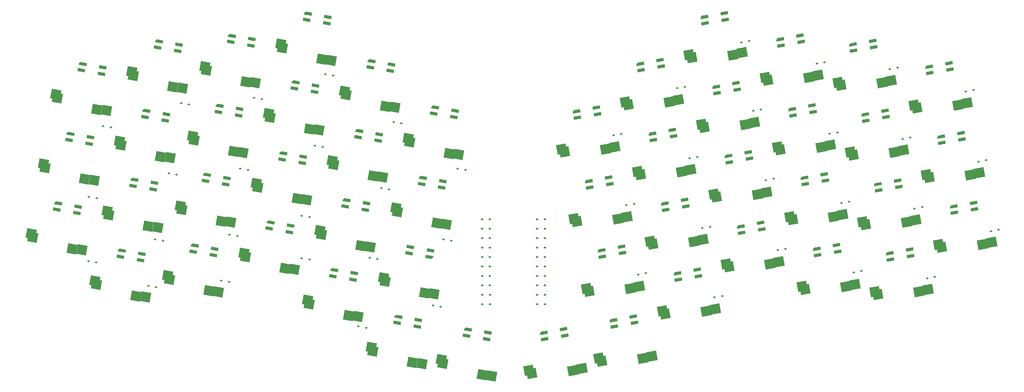
<source format=gbr>
%TF.GenerationSoftware,KiCad,Pcbnew,8.0.7*%
%TF.CreationDate,2025-02-04T22:32:57+01:00*%
%TF.ProjectId,011_rev2,3031315f-7265-4763-922e-6b696361645f,rev?*%
%TF.SameCoordinates,Original*%
%TF.FileFunction,Paste,Bot*%
%TF.FilePolarity,Positive*%
%FSLAX46Y46*%
G04 Gerber Fmt 4.6, Leading zero omitted, Abs format (unit mm)*
G04 Created by KiCad (PCBNEW 8.0.7) date 2025-02-04 22:32:57*
%MOMM*%
%LPD*%
G01*
G04 APERTURE LIST*
G04 Aperture macros list*
%AMRoundRect*
0 Rectangle with rounded corners*
0 $1 Rounding radius*
0 $2 $3 $4 $5 $6 $7 $8 $9 X,Y pos of 4 corners*
0 Add a 4 corners polygon primitive as box body*
4,1,4,$2,$3,$4,$5,$6,$7,$8,$9,$2,$3,0*
0 Add four circle primitives for the rounded corners*
1,1,$1+$1,$2,$3*
1,1,$1+$1,$4,$5*
1,1,$1+$1,$6,$7*
1,1,$1+$1,$8,$9*
0 Add four rect primitives between the rounded corners*
20,1,$1+$1,$2,$3,$4,$5,0*
20,1,$1+$1,$4,$5,$6,$7,0*
20,1,$1+$1,$6,$7,$8,$9,0*
20,1,$1+$1,$8,$9,$2,$3,0*%
%AMRotRect*
0 Rectangle, with rotation*
0 The origin of the aperture is its center*
0 $1 length*
0 $2 width*
0 $3 Rotation angle, in degrees counterclockwise*
0 Add horizontal line*
21,1,$1,$2,0,0,$3*%
G04 Aperture macros list end*
%ADD10C,0.100000*%
%ADD11RotRect,2.600000X2.600000X350.000000*%
%ADD12RotRect,2.600000X2.600000X10.000000*%
%ADD13RotRect,2.000000X0.850000X350.000000*%
%ADD14RotRect,2.000000X0.850000X170.000000*%
%ADD15RoundRect,0.112500X0.165116X0.143350X-0.204187X0.078232X-0.165116X-0.143350X0.204187X-0.078232X0*%
%ADD16RotRect,2.000000X0.850000X10.000000*%
%ADD17RotRect,2.000000X0.850000X190.000000*%
%ADD18RoundRect,0.112500X0.204187X0.078232X-0.165116X0.143350X-0.204187X-0.078232X0.165116X-0.143350X0*%
%ADD19RoundRect,0.112500X0.187500X0.112500X-0.187500X0.112500X-0.187500X-0.112500X0.187500X-0.112500X0*%
%ADD20RoundRect,0.112500X-0.187500X-0.112500X0.187500X-0.112500X0.187500X0.112500X-0.187500X0.112500X0*%
G04 APERTURE END LIST*
D10*
%TO.C,L34*%
X105560252Y-74175308D02*
X105430016Y-74913913D01*
X103460400Y-74566617D01*
X103521177Y-74221934D01*
X103984559Y-73897473D01*
X105560252Y-74175308D01*
G36*
X105560252Y-74175308D02*
G01*
X105430016Y-74913913D01*
X103460400Y-74566617D01*
X103521177Y-74221934D01*
X103984559Y-73897473D01*
X105560252Y-74175308D01*
G37*
%TO.C,L28*%
X102160252Y-92775308D02*
X102030016Y-93513913D01*
X100060400Y-93166617D01*
X100121177Y-92821934D01*
X100584559Y-92497473D01*
X102160252Y-92775308D01*
G36*
X102160252Y-92775308D02*
G01*
X102030016Y-93513913D01*
X100060400Y-93166617D01*
X100121177Y-92821934D01*
X100584559Y-92497473D01*
X102160252Y-92775308D01*
G37*
%TO.C,L14*%
X208021638Y-88104317D02*
X206052022Y-88451614D01*
X205991246Y-88106931D01*
X206315709Y-87643549D01*
X207891402Y-87365711D01*
X208021638Y-88104317D01*
G36*
X208021638Y-88104317D02*
G01*
X206052022Y-88451614D01*
X205991246Y-88106931D01*
X206315709Y-87643549D01*
X207891402Y-87365711D01*
X208021638Y-88104317D01*
G37*
%TO.C,L25*%
X155160252Y-121575308D02*
X155030016Y-122313913D01*
X153060400Y-121966617D01*
X153121177Y-121621934D01*
X153584559Y-121297473D01*
X155160252Y-121575308D01*
G36*
X155160252Y-121575308D02*
G01*
X155030016Y-122313913D01*
X153060400Y-121966617D01*
X153121177Y-121621934D01*
X153584559Y-121297473D01*
X155160252Y-121575308D01*
G37*
%TO.C,L37*%
X143060252Y-80775308D02*
X142930016Y-81513913D01*
X140960400Y-81166617D01*
X141021177Y-80821934D01*
X141484559Y-80497473D01*
X143060252Y-80775308D01*
G36*
X143060252Y-80775308D02*
G01*
X142930016Y-81513913D01*
X140960400Y-81166617D01*
X141021177Y-80821934D01*
X141484559Y-80497473D01*
X143060252Y-80775308D01*
G37*
%TO.C,L21*%
X228421638Y-94304317D02*
X226452022Y-94651614D01*
X226391246Y-94306931D01*
X226715709Y-93843549D01*
X228291402Y-93565711D01*
X228421638Y-94304317D01*
G36*
X228421638Y-94304317D02*
G01*
X226452022Y-94651614D01*
X226391246Y-94306931D01*
X226715709Y-93843549D01*
X228291402Y-93565711D01*
X228421638Y-94304317D01*
G37*
%TO.C,L38*%
X125960252Y-68175308D02*
X125830016Y-68913913D01*
X123860400Y-68566617D01*
X123921177Y-68221934D01*
X124384559Y-67897473D01*
X125960252Y-68175308D01*
G36*
X125960252Y-68175308D02*
G01*
X125830016Y-68913913D01*
X123860400Y-68566617D01*
X123921177Y-68221934D01*
X124384559Y-67897473D01*
X125960252Y-68175308D01*
G37*
%TO.C,L10*%
X221821638Y-56704317D02*
X219852022Y-57051614D01*
X219791246Y-56706931D01*
X220115709Y-56243549D01*
X221691402Y-55965711D01*
X221821638Y-56704317D01*
G36*
X221821638Y-56704317D02*
G01*
X219852022Y-57051614D01*
X219791246Y-56706931D01*
X220115709Y-56243549D01*
X221691402Y-55965711D01*
X221821638Y-56704317D01*
G37*
%TO.C,L26*%
X136460252Y-118175308D02*
X136330016Y-118913913D01*
X134360400Y-118566617D01*
X134421177Y-118221934D01*
X134884559Y-117897473D01*
X136460252Y-118175308D01*
G36*
X136460252Y-118175308D02*
G01*
X136330016Y-118913913D01*
X134360400Y-118566617D01*
X134421177Y-118221934D01*
X134884559Y-117897473D01*
X136460252Y-118175308D01*
G37*
%TO.C,L12*%
X187621638Y-82104317D02*
X185652022Y-82451614D01*
X185591246Y-82106931D01*
X185915709Y-81643549D01*
X187491402Y-81365711D01*
X187621638Y-82104317D01*
G36*
X187621638Y-82104317D02*
G01*
X185652022Y-82451614D01*
X185591246Y-82106931D01*
X185915709Y-81643549D01*
X187491402Y-81365711D01*
X187621638Y-82104317D01*
G37*
%TO.C,L43*%
X51660252Y-50175308D02*
X51530016Y-50913913D01*
X49560400Y-50566617D01*
X49621177Y-50221934D01*
X50084559Y-49897473D01*
X51660252Y-50175308D01*
G36*
X51660252Y-50175308D02*
G01*
X51530016Y-50913913D01*
X49560400Y-50566617D01*
X49621177Y-50221934D01*
X50084559Y-49897473D01*
X51660252Y-50175308D01*
G37*
%TO.C,L19*%
X268421638Y-101504317D02*
X266452022Y-101851614D01*
X266391246Y-101506931D01*
X266715709Y-101043549D01*
X268291402Y-100765711D01*
X268421638Y-101504317D01*
G36*
X268421638Y-101504317D02*
G01*
X266452022Y-101851614D01*
X266391246Y-101506931D01*
X266715709Y-101043549D01*
X268291402Y-100765711D01*
X268421638Y-101504317D01*
G37*
%TO.C,L48*%
X146328252Y-61830055D02*
X146198016Y-62568660D01*
X144228400Y-62221364D01*
X144289177Y-61876681D01*
X144752559Y-61552220D01*
X146328252Y-61830055D01*
G36*
X146328252Y-61830055D02*
G01*
X146198016Y-62568660D01*
X144228400Y-62221364D01*
X144289177Y-61876681D01*
X144752559Y-61552220D01*
X146328252Y-61830055D01*
G37*
%TO.C,L44*%
X72160252Y-44075308D02*
X72030016Y-44813913D01*
X70060400Y-44466617D01*
X70121177Y-44121934D01*
X70584559Y-43797473D01*
X72160252Y-44075308D01*
G36*
X72160252Y-44075308D02*
G01*
X72030016Y-44813913D01*
X70060400Y-44466617D01*
X70121177Y-44121934D01*
X70584559Y-43797473D01*
X72160252Y-44075308D01*
G37*
%TO.C,L2*%
X201421638Y-50504317D02*
X199452022Y-50851614D01*
X199391246Y-50506931D01*
X199715709Y-50043549D01*
X201291402Y-49765711D01*
X201421638Y-50504317D01*
G36*
X201421638Y-50504317D02*
G01*
X199452022Y-50851614D01*
X199391246Y-50506931D01*
X199715709Y-50043549D01*
X201291402Y-49765711D01*
X201421638Y-50504317D01*
G37*
%TO.C,L27*%
X119260252Y-105575308D02*
X119130016Y-106313913D01*
X117160400Y-105966617D01*
X117221177Y-105621934D01*
X117684559Y-105297473D01*
X119260252Y-105575308D01*
G36*
X119260252Y-105575308D02*
G01*
X119130016Y-106313913D01*
X117160400Y-105966617D01*
X117221177Y-105621934D01*
X117684559Y-105297473D01*
X119260252Y-105575308D01*
G37*
%TO.C,L32*%
X65560252Y-81275308D02*
X65430016Y-82013913D01*
X63460400Y-81666617D01*
X63521177Y-81321934D01*
X63984559Y-80997473D01*
X65560252Y-81275308D01*
G36*
X65560252Y-81275308D02*
G01*
X65430016Y-82013913D01*
X63460400Y-81666617D01*
X63521177Y-81321934D01*
X63984559Y-80997473D01*
X65560252Y-81275308D01*
G37*
%TO.C,L1*%
X184289638Y-63304317D02*
X182320022Y-63651614D01*
X182259246Y-63306931D01*
X182583709Y-62843549D01*
X184159402Y-62565711D01*
X184289638Y-63304317D01*
G36*
X184289638Y-63304317D02*
G01*
X182320022Y-63651614D01*
X182259246Y-63306931D01*
X182583709Y-62843549D01*
X184159402Y-62565711D01*
X184289638Y-63304317D01*
G37*
%TO.C,L40*%
X88460252Y-61375308D02*
X88330016Y-62113913D01*
X86360400Y-61766617D01*
X86421177Y-61421934D01*
X86884559Y-61097473D01*
X88460252Y-61375308D01*
G36*
X88460252Y-61375308D02*
G01*
X88330016Y-62113913D01*
X86360400Y-61766617D01*
X86421177Y-61421934D01*
X86884559Y-61097473D01*
X88460252Y-61375308D01*
G37*
%TO.C,L23*%
X194221638Y-119504317D02*
X192252022Y-119851614D01*
X192191246Y-119506931D01*
X192515709Y-119043549D01*
X194091402Y-118765711D01*
X194221638Y-119504317D01*
G36*
X194221638Y-119504317D02*
G01*
X192252022Y-119851614D01*
X192191246Y-119506931D01*
X192515709Y-119043549D01*
X194091402Y-118765711D01*
X194221638Y-119504317D01*
G37*
%TO.C,L24*%
X175521638Y-122904317D02*
X173552022Y-123251614D01*
X173491246Y-122906931D01*
X173815709Y-122443549D01*
X175391402Y-122165711D01*
X175521638Y-122904317D01*
G36*
X175521638Y-122904317D02*
G01*
X173552022Y-123251614D01*
X173491246Y-122906931D01*
X173815709Y-122443549D01*
X175391402Y-122165711D01*
X175521638Y-122904317D01*
G37*
%TO.C,L41*%
X68760252Y-62775308D02*
X68630016Y-63513913D01*
X66660400Y-63166617D01*
X66721177Y-62821934D01*
X67184559Y-62497473D01*
X68760252Y-62775308D01*
G36*
X68760252Y-62775308D02*
G01*
X68630016Y-63513913D01*
X66660400Y-63166617D01*
X66721177Y-62821934D01*
X67184559Y-62497473D01*
X68760252Y-62775308D01*
G37*
%TO.C,L9*%
X242221638Y-62704317D02*
X240252022Y-63051614D01*
X240191246Y-62706931D01*
X240515709Y-62243549D01*
X242091402Y-61965711D01*
X242221638Y-62704317D01*
G36*
X242221638Y-62704317D02*
G01*
X240252022Y-63051614D01*
X240191246Y-62706931D01*
X240515709Y-62243549D01*
X242091402Y-61965711D01*
X242221638Y-62704317D01*
G37*
%TO.C,L36*%
X144739600Y-102133383D02*
X144678823Y-102478066D01*
X144215441Y-102802527D01*
X142639748Y-102524692D01*
X142769984Y-101786087D01*
X144739600Y-102133383D01*
G36*
X144739600Y-102133383D02*
G01*
X144678823Y-102478066D01*
X144215441Y-102802527D01*
X142639748Y-102524692D01*
X142769984Y-101786087D01*
X144739600Y-102133383D01*
G37*
%TO.C,L22*%
X211421638Y-106904317D02*
X209452022Y-107251614D01*
X209391246Y-106906931D01*
X209715709Y-106443549D01*
X211291402Y-106165711D01*
X211421638Y-106904317D01*
G36*
X211421638Y-106904317D02*
G01*
X209452022Y-107251614D01*
X209391246Y-106906931D01*
X209715709Y-106443549D01*
X211291402Y-106165711D01*
X211421638Y-106904317D01*
G37*
%TO.C,L33*%
X85060252Y-79975308D02*
X84930016Y-80713913D01*
X82960400Y-80366617D01*
X83021177Y-80021934D01*
X83484559Y-79697473D01*
X85060252Y-79975308D01*
G36*
X85060252Y-79975308D02*
G01*
X84930016Y-80713913D01*
X82960400Y-80366617D01*
X83021177Y-80021934D01*
X83484559Y-79697473D01*
X85060252Y-79975308D01*
G37*
%TO.C,L30*%
X62160252Y-100375308D02*
X62030016Y-101113913D01*
X60060400Y-100766617D01*
X60121177Y-100421934D01*
X60584559Y-100097473D01*
X62160252Y-100375308D01*
G36*
X62160252Y-100375308D02*
G01*
X62030016Y-101113913D01*
X60060400Y-100766617D01*
X60121177Y-100421934D01*
X60584559Y-100097473D01*
X62160252Y-100375308D01*
G37*
%TO.C,L4*%
X239021638Y-43904317D02*
X237052022Y-44251614D01*
X236991246Y-43906931D01*
X237315709Y-43443549D01*
X238891402Y-43165711D01*
X239021638Y-43904317D01*
G36*
X239021638Y-43904317D02*
G01*
X237052022Y-44251614D01*
X236991246Y-43906931D01*
X237315709Y-43443549D01*
X238891402Y-43165711D01*
X239021638Y-43904317D01*
G37*
%TO.C,L13*%
X191021638Y-100704317D02*
X189052022Y-101051614D01*
X188991246Y-100706931D01*
X189315709Y-100243549D01*
X190891402Y-99965711D01*
X191021638Y-100704317D01*
G36*
X191021638Y-100704317D02*
G01*
X189052022Y-101051614D01*
X188991246Y-100706931D01*
X189315709Y-100243549D01*
X190891402Y-99965711D01*
X191021638Y-100704317D01*
G37*
%TO.C,L47*%
X129260252Y-49375308D02*
X129130016Y-50113913D01*
X127160400Y-49766617D01*
X127221177Y-49421934D01*
X127684559Y-49097473D01*
X129260252Y-49375308D01*
G36*
X129260252Y-49375308D02*
G01*
X129130016Y-50113913D01*
X127160400Y-49766617D01*
X127221177Y-49421934D01*
X127684559Y-49097473D01*
X129260252Y-49375308D01*
G37*
%TO.C,L29*%
X81760252Y-98975308D02*
X81630016Y-99713913D01*
X79660400Y-99366617D01*
X79721177Y-99021934D01*
X80184559Y-98697473D01*
X81760252Y-98975308D01*
G36*
X81760252Y-98975308D02*
G01*
X81630016Y-99713913D01*
X79660400Y-99366617D01*
X79721177Y-99021934D01*
X80184559Y-98697473D01*
X81760252Y-98975308D01*
G37*
%TO.C,L31*%
X45060252Y-87630055D02*
X44930016Y-88368660D01*
X42960400Y-88021364D01*
X43021177Y-87676681D01*
X43484559Y-87352220D01*
X45060252Y-87630055D01*
G36*
X45060252Y-87630055D02*
G01*
X44930016Y-88368660D01*
X42960400Y-88021364D01*
X43021177Y-87676681D01*
X43484559Y-87352220D01*
X45060252Y-87630055D01*
G37*
%TO.C,L45*%
X91760252Y-42575308D02*
X91630016Y-43313913D01*
X89660400Y-42966617D01*
X89721177Y-42621934D01*
X90184559Y-42297473D01*
X91760252Y-42575308D01*
G36*
X91760252Y-42575308D02*
G01*
X91630016Y-43313913D01*
X89660400Y-42966617D01*
X89721177Y-42621934D01*
X90184559Y-42297473D01*
X91760252Y-42575308D01*
G37*
%TO.C,L17*%
X265221638Y-82904317D02*
X263252022Y-83251614D01*
X263191246Y-82906931D01*
X263515709Y-82443549D01*
X265091402Y-82165711D01*
X265221638Y-82904317D01*
G36*
X265221638Y-82904317D02*
G01*
X263252022Y-83251614D01*
X263191246Y-82906931D01*
X263515709Y-82443549D01*
X265091402Y-82165711D01*
X265221638Y-82904317D01*
G37*
%TO.C,L20*%
X248821638Y-100304317D02*
X246852022Y-100651614D01*
X246791246Y-100306931D01*
X247115709Y-99843549D01*
X248691402Y-99565711D01*
X248821638Y-100304317D01*
G36*
X248821638Y-100304317D02*
G01*
X246852022Y-100651614D01*
X246791246Y-100306931D01*
X247115709Y-99843549D01*
X248691402Y-99565711D01*
X248821638Y-100304317D01*
G37*
%TO.C,L5*%
X258521638Y-45304317D02*
X256552022Y-45651614D01*
X256491246Y-45306931D01*
X256815709Y-44843549D01*
X258391402Y-44565711D01*
X258521638Y-45304317D01*
G36*
X258521638Y-45304317D02*
G01*
X256552022Y-45651614D01*
X256491246Y-45306931D01*
X256815709Y-44843549D01*
X258391402Y-44565711D01*
X258521638Y-45304317D01*
G37*
%TO.C,L8*%
X261821638Y-64123117D02*
X259852022Y-64470414D01*
X259791246Y-64125731D01*
X260115709Y-63662349D01*
X261691402Y-63384511D01*
X261821638Y-64123117D01*
G36*
X261821638Y-64123117D02*
G01*
X259852022Y-64470414D01*
X259791246Y-64125731D01*
X260115709Y-63662349D01*
X261691402Y-63384511D01*
X261821638Y-64123117D01*
G37*
%TO.C,L46*%
X112160252Y-36575308D02*
X112030016Y-37313913D01*
X110060400Y-36966617D01*
X110121177Y-36621934D01*
X110584559Y-36297473D01*
X112160252Y-36575308D01*
G36*
X112160252Y-36575308D02*
G01*
X112030016Y-37313913D01*
X110060400Y-36966617D01*
X110121177Y-36621934D01*
X110584559Y-36297473D01*
X112160252Y-36575308D01*
G37*
%TO.C,L6*%
X278989638Y-51304317D02*
X277020022Y-51651614D01*
X276959246Y-51306931D01*
X277283709Y-50843549D01*
X278859402Y-50565711D01*
X278989638Y-51304317D01*
G36*
X278989638Y-51304317D02*
G01*
X277020022Y-51651614D01*
X276959246Y-51306931D01*
X277283709Y-50843549D01*
X278859402Y-50565711D01*
X278989638Y-51304317D01*
G37*
%TO.C,L42*%
X48360252Y-68975308D02*
X48230016Y-69713913D01*
X46260400Y-69366617D01*
X46321177Y-69021934D01*
X46784559Y-68697473D01*
X48360252Y-68975308D01*
G36*
X48360252Y-68975308D02*
G01*
X48230016Y-69713913D01*
X46260400Y-69366617D01*
X46321177Y-69021934D01*
X46784559Y-68697473D01*
X48360252Y-68975308D01*
G37*
%TO.C,L39*%
X108860252Y-55075308D02*
X108730016Y-55813913D01*
X106760400Y-55466617D01*
X106821177Y-55121934D01*
X107284559Y-54797473D01*
X108860252Y-55075308D01*
G36*
X108860252Y-55075308D02*
G01*
X108730016Y-55813913D01*
X106760400Y-55466617D01*
X106821177Y-55121934D01*
X107284559Y-54797473D01*
X108860252Y-55075308D01*
G37*
%TO.C,L18*%
X285621638Y-88904317D02*
X283652022Y-89251614D01*
X283591246Y-88906931D01*
X283915709Y-88443549D01*
X285491402Y-88165711D01*
X285621638Y-88904317D01*
G36*
X285621638Y-88904317D02*
G01*
X283652022Y-89251614D01*
X283591246Y-88906931D01*
X283915709Y-88443549D01*
X285491402Y-88165711D01*
X285621638Y-88904317D01*
G37*
%TO.C,L15*%
X225121638Y-75304317D02*
X223152022Y-75651614D01*
X223091246Y-75306931D01*
X223415709Y-74843549D01*
X224991402Y-74565711D01*
X225121638Y-75304317D01*
G36*
X225121638Y-75304317D02*
G01*
X223152022Y-75651614D01*
X223091246Y-75306931D01*
X223415709Y-74843549D01*
X224991402Y-74565711D01*
X225121638Y-75304317D01*
G37*
%TO.C,L35*%
X122560252Y-86775308D02*
X122430016Y-87513913D01*
X120460400Y-87166617D01*
X120521177Y-86821934D01*
X120984559Y-86497473D01*
X122560252Y-86775308D01*
G36*
X122560252Y-86775308D02*
G01*
X122430016Y-87513913D01*
X120460400Y-87166617D01*
X120521177Y-86821934D01*
X120984559Y-86497473D01*
X122560252Y-86775308D01*
G37*
%TO.C,L7*%
X282221638Y-70104317D02*
X280252022Y-70451614D01*
X280191246Y-70106931D01*
X280515709Y-69643549D01*
X282091402Y-69365711D01*
X282221638Y-70104317D01*
G36*
X282221638Y-70104317D02*
G01*
X280252022Y-70451614D01*
X280191246Y-70106931D01*
X280515709Y-69643549D01*
X282091402Y-69365711D01*
X282221638Y-70104317D01*
G37*
%TO.C,L3*%
X218621638Y-37904317D02*
X216652022Y-38251614D01*
X216591246Y-37906931D01*
X216915709Y-37443549D01*
X218491402Y-37165711D01*
X218621638Y-37904317D01*
G36*
X218621638Y-37904317D02*
G01*
X216652022Y-38251614D01*
X216591246Y-37906931D01*
X216915709Y-37443549D01*
X218491402Y-37165711D01*
X218621638Y-37904317D01*
G37*
%TO.C,L11*%
X204689638Y-69304317D02*
X202720022Y-69651614D01*
X202659246Y-69306931D01*
X202983709Y-68843549D01*
X204559402Y-68565711D01*
X204689638Y-69304317D01*
G36*
X204689638Y-69304317D02*
G01*
X202720022Y-69651614D01*
X202659246Y-69306931D01*
X202983709Y-68843549D01*
X204559402Y-68565711D01*
X204689638Y-69304317D01*
G37*
%TO.C,L16*%
X245521638Y-81204317D02*
X243552022Y-81551614D01*
X243491246Y-81206931D01*
X243815709Y-80743549D01*
X245391402Y-80465711D01*
X245521638Y-81204317D01*
G36*
X245521638Y-81204317D02*
G01*
X243552022Y-81551614D01*
X243491246Y-81206931D01*
X243815709Y-80743549D01*
X245391402Y-80465711D01*
X245521638Y-81204317D01*
G37*
%TD*%
D11*
%TO.C,RC6-2*%
X131434036Y-107920884D03*
X131868637Y-108911400D03*
X142443904Y-111994617D03*
X145030453Y-112298381D03*
%TD*%
D12*
%TO.C,RC0-4*%
X179323763Y-73279020D03*
X180070931Y-74061158D03*
X191062954Y-73341480D03*
X193597407Y-72742276D03*
%TD*%
%TO.C,RC6-5*%
X277261699Y-80189765D03*
X278008867Y-80971903D03*
X289000890Y-80252225D03*
X291535343Y-79653021D03*
%TD*%
D11*
%TO.C,RC1-0*%
X43420094Y-58549866D03*
X43854695Y-59540382D03*
X54429962Y-62623599D03*
X57016511Y-62927363D03*
%TD*%
D12*
%TO.C,RC1-6*%
X203046347Y-98111903D03*
X203793515Y-98894041D03*
X214785538Y-98174363D03*
X217319991Y-97575159D03*
%TD*%
D11*
%TO.C,RC1-3*%
X73498274Y-107377184D03*
X73932875Y-108367700D03*
X84508142Y-111450917D03*
X87094691Y-111754681D03*
%TD*%
%TO.C,RC6-1*%
X134742034Y-89160296D03*
X135176635Y-90150812D03*
X145751902Y-93234029D03*
X148338451Y-93537793D03*
%TD*%
D12*
%TO.C,RC6-4*%
X273953701Y-61429178D03*
X274700869Y-62211316D03*
X285692892Y-61491638D03*
X288227345Y-60892434D03*
%TD*%
%TO.C,RC2-4*%
X213536941Y-47902436D03*
X214284109Y-48684574D03*
X225276132Y-47964896D03*
X227810585Y-47365692D03*
%TD*%
%TO.C,RC4-7*%
X243875521Y-110256496D03*
X244622689Y-111038634D03*
X255614712Y-110318956D03*
X258149165Y-109719752D03*
%TD*%
D11*
%TO.C,RC5-1*%
X117635445Y-76472004D03*
X118070046Y-77462520D03*
X128645313Y-80545737D03*
X131231862Y-80849501D03*
%TD*%
D12*
%TO.C,RC2-6*%
X220152936Y-85423612D03*
X220900104Y-86205750D03*
X231892127Y-85486072D03*
X234426580Y-84886868D03*
%TD*%
D11*
%TO.C,RC0-3*%
X53910687Y-108759333D03*
X54345288Y-109749849D03*
X64920555Y-112833066D03*
X67507104Y-113136830D03*
%TD*%
D12*
%TO.C,RC1-5*%
X199738350Y-79351316D03*
X200485518Y-80133454D03*
X211477541Y-79413776D03*
X214011994Y-78814572D03*
%TD*%
D11*
%TO.C,RC5-2*%
X114327447Y-95232592D03*
X114762048Y-96223108D03*
X125337315Y-99306325D03*
X127923864Y-99610089D03*
%TD*%
D12*
%TO.C,RC0-6*%
X185939759Y-110800195D03*
X186686927Y-111582333D03*
X197678950Y-110862655D03*
X200213403Y-110263451D03*
%TD*%
D11*
%TO.C,RC2-3*%
X93912861Y-101304888D03*
X94347462Y-102295404D03*
X104922729Y-105378621D03*
X107509278Y-105682385D03*
%TD*%
%TO.C,RC0-1*%
X40112096Y-77310454D03*
X40546697Y-78300970D03*
X51121964Y-81384187D03*
X53708513Y-81687951D03*
%TD*%
D12*
%TO.C,RC3-5*%
X237259525Y-72735320D03*
X238006693Y-73517458D03*
X248998716Y-72797780D03*
X251533169Y-72198576D03*
%TD*%
D11*
%TO.C,RC3-2*%
X76806272Y-88616596D03*
X77240873Y-89607112D03*
X87816140Y-92690329D03*
X90402689Y-92994093D03*
%TD*%
D12*
%TO.C,RC1-7*%
X189280347Y-129562197D03*
X190027515Y-130344335D03*
X201019538Y-129624657D03*
X203553991Y-129025453D03*
%TD*%
D11*
%TO.C,RC6-3*%
X146908618Y-129951196D03*
X147343219Y-130941712D03*
X157918486Y-134024929D03*
X160505035Y-134328693D03*
%TD*%
%TO.C,RC4-1*%
X100528856Y-63783713D03*
X100963457Y-64774229D03*
X111538724Y-67857446D03*
X114125273Y-68161210D03*
%TD*%
D12*
%TO.C,RC1-4*%
X196430352Y-60590728D03*
X197177520Y-61372866D03*
X208169543Y-60653188D03*
X210703996Y-60053984D03*
%TD*%
%TO.C,RC4-6*%
X263463108Y-111638645D03*
X264210276Y-112420783D03*
X275202299Y-111701105D03*
X277736752Y-111101901D03*
%TD*%
D11*
%TO.C,RC3-1*%
X80114270Y-69856009D03*
X80548871Y-70846525D03*
X91124138Y-73929742D03*
X93710687Y-74233506D03*
%TD*%
%TO.C,RC5-3*%
X128148030Y-126643198D03*
X128582631Y-127633714D03*
X139157898Y-130716931D03*
X141744447Y-131020695D03*
%TD*%
%TO.C,RC4-3*%
X111019450Y-113993180D03*
X111454051Y-114983696D03*
X122029318Y-118066913D03*
X124615867Y-118370677D03*
%TD*%
%TO.C,RC1-2*%
X57218685Y-89998745D03*
X57653286Y-90989261D03*
X68228553Y-94072478D03*
X70815102Y-94376242D03*
%TD*%
D12*
%TO.C,RC2-7*%
X206354345Y-116872491D03*
X207101513Y-117654629D03*
X218093536Y-116934951D03*
X220627989Y-116335747D03*
%TD*%
D11*
%TO.C,RC2-1*%
X60526683Y-71238158D03*
X60961284Y-72228674D03*
X71536551Y-75311891D03*
X74123100Y-75615655D03*
%TD*%
D12*
%TO.C,RC5-4*%
X253539114Y-55356882D03*
X254286282Y-56139020D03*
X265278305Y-55419342D03*
X267812758Y-54820138D03*
%TD*%
%TO.C,RC5-7*%
X260155110Y-92878057D03*
X260902278Y-93660195D03*
X271894301Y-92940517D03*
X274428754Y-92341313D03*
%TD*%
%TO.C,RC4-5*%
X280569697Y-98950353D03*
X281316865Y-99732491D03*
X292308888Y-99012813D03*
X294843341Y-98413609D03*
%TD*%
D11*
%TO.C,RC5-0*%
X120943443Y-57711416D03*
X121378044Y-58701932D03*
X131953311Y-61785149D03*
X134539860Y-62088913D03*
%TD*%
%TO.C,RC6-0*%
X138050032Y-70399708D03*
X138484633Y-71390224D03*
X149059900Y-74473441D03*
X151646449Y-74777205D03*
%TD*%
%TO.C,RC2-0*%
X63834680Y-52477570D03*
X64269281Y-53468086D03*
X74844548Y-56551303D03*
X77431097Y-56855067D03*
%TD*%
%TO.C,RC0-2*%
X36804098Y-96071042D03*
X37238699Y-97061558D03*
X47813966Y-100144775D03*
X50400515Y-100448539D03*
%TD*%
D12*
%TO.C,RC3-7*%
X223460934Y-104184200D03*
X224208102Y-104966338D03*
X235200125Y-104246660D03*
X237734578Y-103647456D03*
%TD*%
%TO.C,RC2-5*%
X216844938Y-66663024D03*
X217592106Y-67445162D03*
X228584129Y-66725484D03*
X231118582Y-66126280D03*
%TD*%
D11*
%TO.C,RC4-2*%
X97220859Y-82544300D03*
X97655460Y-83534816D03*
X108230727Y-86618033D03*
X110817276Y-86921797D03*
%TD*%
%TO.C,RC4-0*%
X103836854Y-45023125D03*
X104271455Y-46013641D03*
X114846722Y-49096858D03*
X117433271Y-49400622D03*
%TD*%
D12*
%TO.C,RC3-4*%
X233951527Y-53974732D03*
X234698695Y-54756870D03*
X245690718Y-54037192D03*
X248225171Y-53437988D03*
%TD*%
%TO.C,RC0-7*%
X170519759Y-132870195D03*
X171266927Y-133652333D03*
X182258950Y-132932655D03*
X184793403Y-132333451D03*
%TD*%
%TO.C,RC3-6*%
X240567523Y-91495908D03*
X241314691Y-92278046D03*
X252306714Y-91558368D03*
X254841167Y-90959164D03*
%TD*%
D11*
%TO.C,RC3-0*%
X83422268Y-51095421D03*
X83856869Y-52085937D03*
X94432136Y-55169154D03*
X97018685Y-55472918D03*
%TD*%
D12*
%TO.C,RC0-5*%
X182631761Y-92039607D03*
X183378929Y-92821745D03*
X194370952Y-92102067D03*
X196905405Y-91502863D03*
%TD*%
%TO.C,RC5-6*%
X256847112Y-74117469D03*
X257594280Y-74899607D03*
X268586303Y-74179929D03*
X271120756Y-73580725D03*
%TD*%
D13*
%TO.C,L34*%
X109877528Y-75317345D03*
D14*
X104157201Y-76085695D03*
X109573644Y-77040758D03*
%TD*%
D15*
%TO.C,D45*%
X296634048Y-95017669D03*
X294565952Y-95382331D03*
%TD*%
D13*
%TO.C,L28*%
X106477528Y-93917345D03*
D14*
X100757201Y-94685695D03*
X106173644Y-95640758D03*
%TD*%
D16*
%TO.C,L14*%
X212338914Y-86962280D03*
D17*
X207226356Y-89640758D03*
X212642799Y-88685695D03*
%TD*%
D13*
%TO.C,L25*%
X159477528Y-122717345D03*
D14*
X153757201Y-123485695D03*
X159173644Y-124440758D03*
%TD*%
D13*
%TO.C,L37*%
X147377528Y-81917345D03*
D14*
X141657201Y-82685695D03*
X147073644Y-83640758D03*
%TD*%
D16*
%TO.C,L21*%
X232738914Y-93162280D03*
D17*
X227626356Y-95840758D03*
X233042799Y-94885695D03*
%TD*%
D18*
%TO.C,D50*%
X136234048Y-66404662D03*
X134165952Y-66040000D03*
%TD*%
D19*
%TO.C,DI3*%
X160020000Y-99822000D03*
X157920000Y-99822000D03*
%TD*%
D20*
%TO.C,D17*%
X172710000Y-115062000D03*
X174810000Y-115062000D03*
%TD*%
D15*
%TO.C,D54*%
X269534048Y-51417669D03*
X267465952Y-51782331D03*
%TD*%
%TO.C,D27*%
X222434048Y-112817669D03*
X220365952Y-113182331D03*
%TD*%
D13*
%TO.C,L38*%
X130277528Y-69317345D03*
D14*
X124557201Y-70085695D03*
X129973644Y-71040758D03*
%TD*%
D18*
%TO.C,D60*%
X153434048Y-78922331D03*
X151365952Y-78557669D03*
%TD*%
%TO.C,D51*%
X132934048Y-84182331D03*
X130865952Y-83817669D03*
%TD*%
D15*
%TO.C,D46*%
X279534048Y-107717669D03*
X277465952Y-108082331D03*
%TD*%
D18*
%TO.C,D31*%
X95014048Y-78922331D03*
X92945952Y-78557669D03*
%TD*%
D15*
%TO.C,D47*%
X259834048Y-106117669D03*
X257765952Y-106482331D03*
%TD*%
%TO.C,D16*%
X219134048Y-94217669D03*
X217065952Y-94582331D03*
%TD*%
D20*
%TO.C,DS7*%
X172710000Y-109982000D03*
X174810000Y-109982000D03*
%TD*%
D16*
%TO.C,L10*%
X226138914Y-55562280D03*
D17*
X221026356Y-58240758D03*
X226442799Y-57285695D03*
%TD*%
D13*
%TO.C,L26*%
X140777528Y-119317345D03*
D14*
X135057201Y-120085695D03*
X140473644Y-121040758D03*
%TD*%
D15*
%TO.C,D35*%
X253334048Y-68817669D03*
X251265952Y-69182331D03*
%TD*%
D16*
%TO.C,L12*%
X191938914Y-80962280D03*
D17*
X186826356Y-83640758D03*
X192242799Y-82685695D03*
%TD*%
D20*
%TO.C,DS6*%
X172710000Y-107442000D03*
X174810000Y-107442000D03*
%TD*%
%TO.C,DS0*%
X172710000Y-92202000D03*
X174810000Y-92202000D03*
%TD*%
D13*
%TO.C,L43*%
X55977528Y-51317345D03*
D14*
X50257201Y-52085695D03*
X55673644Y-53040758D03*
%TD*%
D19*
%TO.C,D63*%
X160078000Y-115062000D03*
X157978000Y-115062000D03*
%TD*%
D20*
%TO.C,DS3*%
X172710000Y-99822000D03*
X174810000Y-99822000D03*
%TD*%
D16*
%TO.C,L19*%
X272738914Y-100362280D03*
D17*
X267626356Y-103040758D03*
X273042799Y-102085695D03*
%TD*%
D20*
%TO.C,D7*%
X172710000Y-112522000D03*
X174810000Y-112522000D03*
%TD*%
D19*
%TO.C,D53*%
X160078000Y-112522000D03*
X157978000Y-112522000D03*
%TD*%
D13*
%TO.C,L48*%
X150645528Y-62972092D03*
D14*
X144925201Y-63740442D03*
X150341644Y-64695505D03*
%TD*%
D15*
%TO.C,D24*%
X229634048Y-44217669D03*
X227565952Y-44582331D03*
%TD*%
D13*
%TO.C,L44*%
X76477528Y-45217345D03*
D14*
X70757201Y-45985695D03*
X76173644Y-46940758D03*
%TD*%
D18*
%TO.C,D21*%
X75834048Y-80192331D03*
X73765952Y-79827669D03*
%TD*%
D16*
%TO.C,L2*%
X205738914Y-49362280D03*
D17*
X200626356Y-52040758D03*
X206042799Y-51085695D03*
%TD*%
D13*
%TO.C,L27*%
X123577528Y-106717345D03*
D14*
X117857201Y-107485695D03*
X123273644Y-108440758D03*
%TD*%
D13*
%TO.C,L32*%
X69877528Y-82417345D03*
D14*
X64157201Y-83185695D03*
X69573644Y-84140758D03*
%TD*%
D18*
%TO.C,D52*%
X129758980Y-102870000D03*
X127690884Y-102505338D03*
%TD*%
D16*
%TO.C,L1*%
X188606914Y-62162280D03*
D17*
X183494356Y-64840758D03*
X188910799Y-63885695D03*
%TD*%
D13*
%TO.C,L40*%
X92777528Y-62517345D03*
D14*
X87057201Y-63285695D03*
X92473644Y-64240758D03*
%TD*%
D16*
%TO.C,L23*%
X198538914Y-118362280D03*
D17*
X193426356Y-121040758D03*
X198842799Y-120085695D03*
%TD*%
D15*
%TO.C,D36*%
X256534048Y-87417669D03*
X254465952Y-87782331D03*
%TD*%
D16*
%TO.C,L24*%
X179838914Y-121762280D03*
D17*
X174726356Y-124440758D03*
X180142799Y-123485695D03*
%TD*%
D15*
%TO.C,D26*%
X236234048Y-81317669D03*
X234165952Y-81682331D03*
%TD*%
D13*
%TO.C,L41*%
X73077528Y-63917345D03*
D14*
X67357201Y-64685695D03*
X72773644Y-65640758D03*
%TD*%
D19*
%TO.C,DI4*%
X160020000Y-102362000D03*
X157920000Y-102362000D03*
%TD*%
D15*
%TO.C,D65*%
X293334048Y-76317669D03*
X291265952Y-76682331D03*
%TD*%
D16*
%TO.C,L9*%
X246538914Y-61562280D03*
D17*
X241426356Y-64240758D03*
X246842799Y-63285695D03*
%TD*%
D18*
%TO.C,D12*%
X72154048Y-97972331D03*
X70085952Y-97607669D03*
%TD*%
D15*
%TO.C,D15*%
X215734048Y-75417669D03*
X213665952Y-75782331D03*
%TD*%
D14*
%TO.C,L36*%
X138322472Y-101382655D03*
D13*
X144042799Y-100614305D03*
X138626356Y-99659242D03*
%TD*%
D16*
%TO.C,L22*%
X215738914Y-105762280D03*
D17*
X210626356Y-108440758D03*
X216042799Y-107485695D03*
%TD*%
D15*
%TO.C,D5*%
X198734048Y-88017669D03*
X196665952Y-88382331D03*
%TD*%
%TO.C,D25*%
X232834048Y-62617669D03*
X230765952Y-62982331D03*
%TD*%
%TO.C,D56*%
X272934048Y-70217669D03*
X270865952Y-70582331D03*
%TD*%
D18*
%TO.C,D41*%
X115098096Y-72754662D03*
X113030000Y-72390000D03*
%TD*%
D13*
%TO.C,L33*%
X89377528Y-81117345D03*
D14*
X83657201Y-81885695D03*
X89073644Y-82840758D03*
%TD*%
D15*
%TO.C,D37*%
X239434048Y-100117669D03*
X237365952Y-100482331D03*
%TD*%
D20*
%TO.C,DS5*%
X172710000Y-104902000D03*
X174810000Y-104902000D03*
%TD*%
D13*
%TO.C,L30*%
X66477528Y-101517345D03*
D14*
X60757201Y-102285695D03*
X66173644Y-103240758D03*
%TD*%
D16*
%TO.C,L4*%
X243338914Y-42762280D03*
D17*
X238226356Y-45440758D03*
X243642799Y-44485695D03*
%TD*%
D16*
%TO.C,L13*%
X195338914Y-99562280D03*
D17*
X190226356Y-102240758D03*
X195642799Y-101285695D03*
%TD*%
D18*
%TO.C,D2*%
X54234048Y-103782331D03*
X52165952Y-103417669D03*
%TD*%
D13*
%TO.C,L47*%
X133577528Y-50517345D03*
D14*
X127857201Y-51285695D03*
X133273644Y-52240758D03*
%TD*%
D15*
%TO.C,D14*%
X212434048Y-56517669D03*
X210365952Y-56882331D03*
%TD*%
D13*
%TO.C,L29*%
X86077528Y-100117345D03*
D14*
X80357201Y-100885695D03*
X85773644Y-101840758D03*
%TD*%
D13*
%TO.C,L31*%
X49377528Y-88772092D03*
D14*
X43657201Y-89540442D03*
X49073644Y-90495505D03*
%TD*%
D15*
%TO.C,D64*%
X289934048Y-57417669D03*
X287865952Y-57782331D03*
%TD*%
D18*
%TO.C,D23*%
X111524048Y-103052331D03*
X109455952Y-102687669D03*
%TD*%
%TO.C,D42*%
X111524048Y-91622331D03*
X109455952Y-91257669D03*
%TD*%
%TO.C,D3*%
X70334048Y-110490000D03*
X68265952Y-110125338D03*
%TD*%
D13*
%TO.C,L45*%
X96077528Y-43717345D03*
D14*
X90357201Y-44485695D03*
X95773644Y-45440758D03*
%TD*%
D16*
%TO.C,L17*%
X269538914Y-81762280D03*
D17*
X264426356Y-84440758D03*
X269842799Y-83485695D03*
%TD*%
D19*
%TO.C,DI1*%
X160020000Y-94742000D03*
X157920000Y-94742000D03*
%TD*%
%TO.C,DI6*%
X160020000Y-107442000D03*
X157920000Y-107442000D03*
%TD*%
D16*
%TO.C,L20*%
X253138914Y-99162280D03*
D17*
X248026356Y-101840758D03*
X253442799Y-100885695D03*
%TD*%
D19*
%TO.C,DI7*%
X160020000Y-109982000D03*
X157920000Y-109982000D03*
%TD*%
D16*
%TO.C,L5*%
X262838914Y-44162280D03*
D17*
X257726356Y-46840758D03*
X263142799Y-45885695D03*
%TD*%
D18*
%TO.C,D32*%
X92134048Y-96702331D03*
X90065952Y-96337669D03*
%TD*%
D16*
%TO.C,L8*%
X266138914Y-62981080D03*
D17*
X261026356Y-65659558D03*
X266442799Y-64704495D03*
%TD*%
D20*
%TO.C,DS1*%
X172710000Y-94742000D03*
X174810000Y-94742000D03*
%TD*%
D18*
%TO.C,D61*%
X149624048Y-97972331D03*
X147555952Y-97607669D03*
%TD*%
D13*
%TO.C,L46*%
X116477528Y-37717345D03*
D14*
X110757201Y-38485695D03*
X116173644Y-39440758D03*
%TD*%
D16*
%TO.C,L6*%
X283306914Y-50162280D03*
D17*
X278194356Y-52840758D03*
X283610799Y-51885695D03*
%TD*%
D13*
%TO.C,L42*%
X52677528Y-70117345D03*
D14*
X46957201Y-70885695D03*
X52373644Y-71840758D03*
%TD*%
D13*
%TO.C,L39*%
X113177528Y-56217345D03*
D14*
X107457201Y-56985695D03*
X112873644Y-57940758D03*
%TD*%
D18*
%TO.C,D40*%
X117874048Y-53522331D03*
X115805952Y-53157669D03*
%TD*%
D15*
%TO.C,D6*%
X201909116Y-106704188D03*
X199841020Y-107068850D03*
%TD*%
%TO.C,D34*%
X249934048Y-49917669D03*
X247865952Y-50282331D03*
%TD*%
D19*
%TO.C,DI0*%
X160020000Y-92202000D03*
X157920000Y-92202000D03*
%TD*%
D16*
%TO.C,L18*%
X289938914Y-87762280D03*
D17*
X284826356Y-90440758D03*
X290242799Y-89485695D03*
%TD*%
D18*
%TO.C,D1*%
X54374048Y-86542331D03*
X52305952Y-86177669D03*
%TD*%
D16*
%TO.C,L15*%
X229438914Y-74162280D03*
D17*
X224326356Y-76840758D03*
X229742799Y-75885695D03*
%TD*%
D18*
%TO.C,D30*%
X98734048Y-59872331D03*
X96665952Y-59507669D03*
%TD*%
%TO.C,D43*%
X126764048Y-121382331D03*
X124695952Y-121017669D03*
%TD*%
D19*
%TO.C,DI2*%
X160020000Y-97282000D03*
X157920000Y-97282000D03*
%TD*%
D13*
%TO.C,L35*%
X126877528Y-87917345D03*
D14*
X121157201Y-88685695D03*
X126573644Y-89640758D03*
%TD*%
D18*
%TO.C,D10*%
X58184048Y-67492331D03*
X56115952Y-67127669D03*
%TD*%
D16*
%TO.C,L7*%
X286538914Y-68962280D03*
D17*
X281426356Y-71640758D03*
X286842799Y-70685695D03*
%TD*%
D18*
%TO.C,D62*%
X146802787Y-115752331D03*
X144734691Y-115387669D03*
%TD*%
%TO.C,D13*%
X89934048Y-109082331D03*
X87865952Y-108717669D03*
%TD*%
D15*
%TO.C,D57*%
X276134048Y-88917669D03*
X274065952Y-89282331D03*
%TD*%
D16*
%TO.C,L3*%
X222938914Y-36762280D03*
D17*
X217826356Y-39440758D03*
X223242799Y-38485695D03*
%TD*%
D20*
%TO.C,DS4*%
X172710000Y-102362000D03*
X174810000Y-102362000D03*
%TD*%
%TO.C,DS2*%
X172710000Y-97282000D03*
X174810000Y-97282000D03*
%TD*%
D16*
%TO.C,L11*%
X209006914Y-68162280D03*
D17*
X203894356Y-70840758D03*
X209310799Y-69885695D03*
%TD*%
D18*
%TO.C,D20*%
X79134048Y-61324662D03*
X77065952Y-60960000D03*
%TD*%
D15*
%TO.C,D4*%
X195334048Y-69217669D03*
X193265952Y-69582331D03*
%TD*%
D19*
%TO.C,DI5*%
X160020000Y-104902000D03*
X157920000Y-104902000D03*
%TD*%
D16*
%TO.C,L16*%
X249838914Y-80062280D03*
D17*
X244726356Y-82740758D03*
X250142799Y-81785695D03*
%TD*%
M02*

</source>
